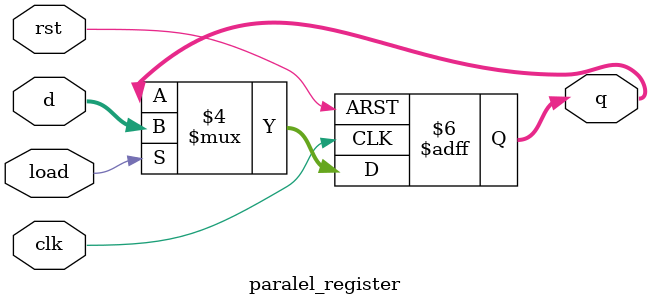
<source format=v>
`timescale 1ns / 1ps
module paralel_register(
    input clk,
    input rst,
    input load,
    input [3:0] d,
    output reg [3:0] q
    );
	 always@(posedge clk or negedge rst)
	 begin
	   if(!rst)
		  q<=0;
		else
		  if(load== 1'b1)
		    q<=d;
	 end

endmodule

</source>
